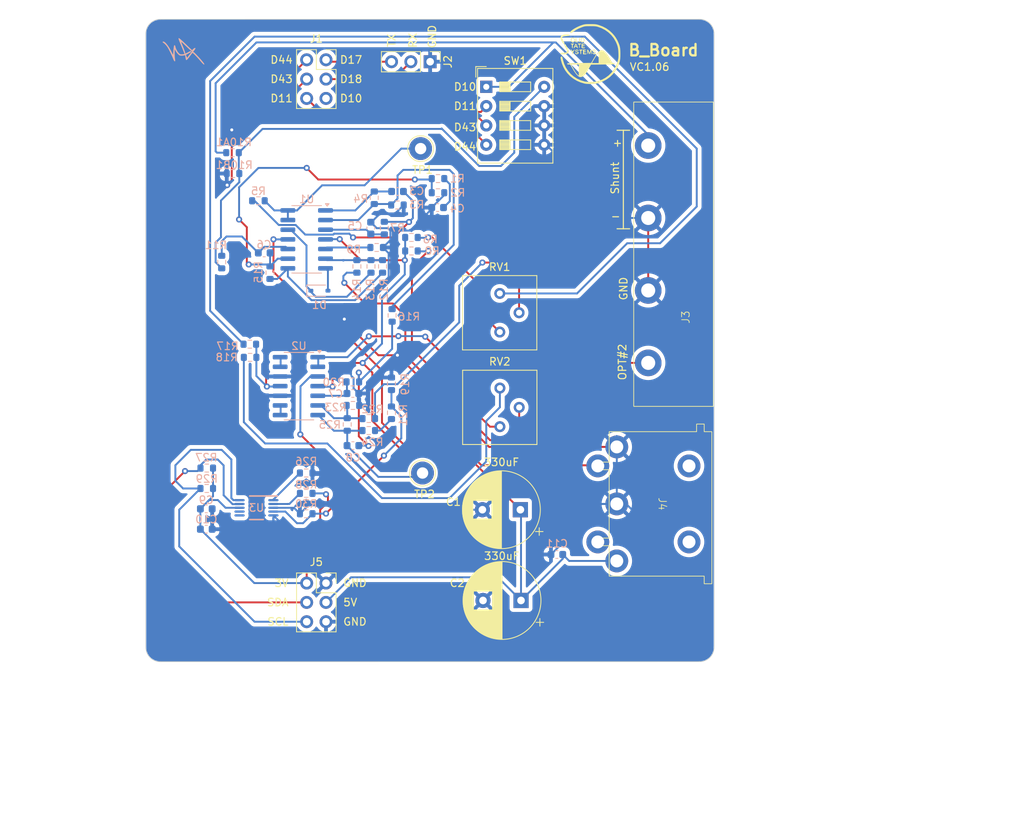
<source format=kicad_pcb>
(kicad_pcb (version 20240108) (generator "pcbnew") (generator_version "8.0")
  (title_block (title "Bottom Board") (date "2023-03-09") (rev "0"))
  (layers (0 "F.Cu" signal) (31 "B.Cu" signal) (34 "B.Paste" user) (35 "F.Paste" user) (36 "B.SilkS" user "B.Silkscreen") (37 "F.SilkS" user "F.Silkscreen") (38 "B.Mask" user) (39 "F.Mask" user) (44 "Edge.Cuts" user))
  (net 0 "")
  (net 1 "+5VD")
  (net 2 "SDA")
  (net 3 "D43")
  (net 4 "D44")
  (net 5 "TX")
  (net 6 "D11")
  (net 7 "RX")
  (net 8 "SW_OUT")
  (net 9 "Net-(U2B-+)")
  (net 10 "Net-(D1-K)")
  (net 11 "Net-(D1-A)")
  (net 12 "-5V")
  (net 13 "E23_INPUT")
  (net 14 "Net-(U2B--)")
  (net 15 "AN0")
  (net 16 "+3V0")
  (net 17 "SCL")
  (net 18 "+12V")
  (net 19 "Net-(U2C--)")
  (net 20 "Net-(U2D--)")
  (net 21 "GND")
  (net 22 "Net-(C4-Pad1)")
  (net 23 "Net-(U1A-+)")
  (net 24 "Net-(U1C--)")
  (net 25 "Net-(U1C-+)")
  (net 26 "Net-(U1A--)")
  (net 27 "Net-(U1D--)")
  (net 28 "Net-(U1B-+)")
  (net 29 "Net-(U1B--)")
  (net 30 "Net-(U3-ADDR)")
  (net 31 "Net-(U3-ALERT_RDY)")
  (net 34 "Net-(R22-Pad2)")
  (net 35 "Net-(R17-Pad2)")
  (net 36 "Net-(C3-Pad1)")
  (net 37 "Net-(R14-Pad2)")
  (net 38 "Net-(R6-Pad1)")
  (net 39 "Net-(C8-Pad1)")
  (net 40 "Net-(R12-Pad1)")
  (net 41 "Net-(C8-Pad2)")
  (net 42 "Net-(C3-Pad2)")
  (net 43 "Net-(R18-Pad1)")
  (net 44 "Net-(R8-Pad2)")
  (net 45 "D10")
  (net 46 "Net-(R21-Pad2)")
  (net 47 "OPT.#2")
  (footprint "Button_Switch_THT:SW_DIP_SPSTx04_Slide_9.78x12.34mm_W7.62mm_P2.54mm" (layer "F.Cu") (at 144.78 71.882)
    (property "Reference" "SW1")
    (property "Value" "SW_DIP_x04")
  )
  (footprint "Capacitor_THT:CP_Radial_D10.0mm_P5.00mm" (layer "F.Cu") (at 149.270323 127.508 180)
    (property "Reference" "C1")
    (property "Value" "330uF")
  )
  (footprint "bot_lib:DIN_5_PIN" (layer "F.Cu") (at 167.95 126.746 -90)
    (property "Reference" "J4")
    (property "Value" "DIN-5")
  )
  (footprint "Capacitor_THT:CP_Radial_D10.0mm_P5.00mm" (layer "F.Cu") (at 149.352 139.446 180)
    (property "Reference" "C2")
    (property "Value" "330uF")
  )
  (footprint "bot_lib:PinSocket_2x03_P2.54mm_Vertical" (layer "F.Cu") (at 123.698 68.326)
    (property "Reference" "J1")
    (property "Value" "Conn_02x03_Top_Bottom")
  )
  (footprint "TestPoint:TestPoint_Loop_D2.54mm_Drill1.5mm_Beaded" (layer "F.Cu") (at 136.398 122.682)
    (property "Reference" "TP2")
    (property "Value" ".75 Vdc")
  )
  (footprint "bot_lib:PinSocket_2x03_P2.54mm_Vertical" (layer "F.Cu") (at 123.698 137.16)
    (property "Reference" "J5")
    (property "Value" "Conn_02x03_Top_Bottom")
  )
  (footprint "bot_lib:Potentiometer_Bourns_3386P_Vertical" (layer "F.Cu") (at 146.573 116.586)
    (property "Reference" "RV2")
    (property "Value" "20K POT")
  )
  (footprint "Connector_PinHeader_2.54mm:PinHeader_1x03_P2.54mm_Vertical" (layer "F.Cu") (at 137.399 68.58 -90)
    (property "Reference" "J2")
    (property "Value" "Conn_01x03_Pin")
  )
  (footprint "TestPoint:TestPoint_Loop_D2.54mm_Drill1.5mm_Beaded" (layer "F.Cu") (at 136.144 80.01)
    (property "Reference" "TP1")
    (property "Value" ".55 Vdc")
  )
  (footprint "bot_lib:Terminal_Strip_4_Pin" (layer "F.Cu") (at 166.0825 108.195 90)
    (property "Reference" "J3")
    (property "Value" "Screw_Terminal_01x04")
  )
  (footprint "bot_lib:Potentiometer_Bourns_3386P_Vertical" (layer "F.Cu") (at 146.558 104.14)
    (property "Reference" "RV1")
    (property "Value" "20K POT")
  )
  (footprint "bot_lib:logo_SSS" (layer "F.Cu") (at 158.496 67.564)
    (property "Reference" "G***" (hide yes))
    (property "Value" "LOGO" (hide yes))
  )
  (footprint "Resistor_SMD:R_0603_1608Metric" (layer "B.Cu") (at 129.6162 95.504 -90)
    (property "Reference" "R13")
    (property "Value" "10K")
  )
  (footprint "Resistor_SMD:R_0603_1608Metric" (layer "B.Cu") (at 116.332 96.329 -90)
    (property "Reference" "R15")
    (property "Value" "110K")
  )
  (footprint "Capacitor_SMD:C_0603_1608Metric" (layer "B.Cu") (at 127.2416 119.0762)
    (property "Reference" "C8")
    (property "Value" "0.1uF")
  )
  (footprint "Resistor_SMD:R_0603_1608Metric" (layer "B.Cu") (at 132.3976 101.9495 90)
    (property "Reference" "R16")
    (property "Value" "80.6K")
  )
  (footprint "Resistor_SMD:R_0603_1608Metric" (layer "B.Cu") (at 121.095 125.36 180)
    (property "Reference" "R28")
    (property "Value" "10K")
  )
  (footprint "Capacitor_SMD:C_0603_1608Metric" (layer "B.Cu") (at 133.109 85.6488)
    (property "Reference" "C3")
    (property "Value" "0.1uF")
  )
  (footprint "Package_SO:SOIC-14_3.9x8.7mm_P1.27mm" (layer "B.Cu") (at 121.158 91.948 180)
    (property "Reference" "U1")
    (property "Value" "LM324DR")
  )
  (footprint "Package_SO:SOIC-14_3.9x8.7mm_P1.27mm" (layer "B.Cu") (at 120.142 111.252 180)
    (property "Reference" "U2")
    (property "Value" "LM324DR")
  )
  (footprint "Capacitor_SMD:C_0603_1608Metric" (layer "B.Cu") (at 107.95 130.07 180)
    (property "Reference" "C10")
    (property "Value" "0.1uF")
  )
  (footprint "Resistor_SMD:R_0603_1608Metric" (layer "B.Cu") (at 132.3086 110.9472 -90)
    (property "Reference" "R19")
    (property "Value" "10K")
  )
  (footprint "Resistor_SMD:R_0603_1608Metric" (layer "B.Cu") (at 127.762 95.504 -90)
    (property "Reference" "R14")
    (property "Value" "1M")
  )
  (footprint "Capacitor_SMD:C_0603_1608Metric" (layer "B.Cu") (at 154.064 133.4008 180)
    (property "Reference" "C11")
    (property "Value" "0.1uF")
  )
  (footprint "bot_lib:DGS0010A_N" (layer "B.Cu") (at 114.554 127.254 180)
    (property "Reference" "U3")
    (property "Value" "ADS1015IDGSR")
  )
  (footprint "Resistor_SMD:R_0603_1608Metric" (layer "B.Cu") (at 108.013 124.714 180)
    (property "Reference" "R29")
    (property "Value" "10K")
  )
  (footprint "Resistor_SMD:R_0603_1608Metric" (layer "B.Cu") (at 129.3236 117.094 180)
    (property "Reference" "R24")
    (property "Value" "16.2K")
  )
  (footprint "Resistor_SMD:R_0603_1608Metric" (layer "B.Cu") (at 113.7158 107.4674)
    (property "Reference" "R18")
    (property "Value" "22K")
  )
  (footprint "Resistor_SMD:R_0603_1608Metric" (layer "B.Cu") (at 138.4326 83.9531)
    (property "Reference" "R1")
    (property "Value" "187K")
  )
  (footprint "Capacitor_SMD:C_0603_1608Metric" (layer "B.Cu") (at 107.95 127.392 180)
    (property "Reference" "C9")
    (property "Value" "1uF")
  )
  (footprint "Resistor_SMD:R_0603_1608Metric" (layer "B.Cu") (at 114.808 86.868 180)
    (property "Reference" "R5")
    (property "Value" "80.6K")
  )
  (footprint "Resistor_SMD:R_0603_1608Metric" (layer "B.Cu") (at 134.937 91.694 180)
    (property "Reference" "R6")
    (property "Value" "4.7K")
  )
  (footprint "Resistor_SMD:R_0603_1608Metric" (layer "B.Cu") (at 127.2408 113.792 180)
    (property "Reference" "R23")
    (property "Value" "10K")
  )
  (footprint "Resistor_SMD:R_0603_1608Metric" (layer "B.Cu") (at 138.43 85.810475)
    (property "Reference" "R2")
    (property "Value" "25.5K")
  )
  (footprint "Resistor_SMD:R_0603_1608Metric" (layer "B.Cu") (at 121.095 122.682)
    (property "Reference" "R26")
    (property "Value" "10K")
  )
  (footprint "Capacitor_SMD:C_0603_1608Metric" (layer "B.Cu") (at 127.2286 112.2182 180)
    (property "Reference" "C7")
    (property "Value" "0.1uF")
  )
  (footprint "Capacitor_SMD:C_0603_1608Metric" (layer "B.Cu") (at 129.5908 90.4624 90)
    (property "Reference" "C5")
    (property "Value" "0.1uF")
  )
  (footprint "Resistor_SMD:R_0603_1608Metric" (layer "B.Cu") (at 131.1402 95.504 90)
    (property "Reference" "R12")
    (property "Value" "10K")
  )
  (footprint "Resistor_SMD:R_0603_1608Metric" (layer "B.Cu") (at 129.3236 115.5202)
    (property "Reference" "R22")
    (property "Value" "1M")
  )
  (footprint "Resistor_SMD:R_0603_1608Metric" (layer "B.Cu") (at 127.2286 110.6942 180)
    (property "Reference" "R20")
    (property "Value" "80.6K")
  )
  (footprint "Resistor_SMD:R_0603_1608Metric" (layer "B.Cu") (at 113.6772 105.7402 180)
    (property "Reference" "R17")
    (property "Value" "10K")
  )
  (footprint "Resistor_SMD:R_0603_1608Metric" (layer "B.Cu") (at 111.4044 80.5434)
    (property "Reference" "R10A1")
    (property "Value" "20K")
  )
  (footprint "Resistor_SMD:R_0603_1608Metric" (layer "B.Cu") (at 133.096 87.4268)
    (property "Reference" "R3")
    (property "Value" "10K")
  )
  (footprint "bot_lib:Diode_1N4148WS" (layer "B.Cu") (at 122.832 98.698)
    (property "Reference" "D1")
    (property "Value" "1N4148WS")
  )
  (footprint "Resistor_SMD:R_0603_1608Metric" (layer "B.Cu") (at 134.937 93.472)
    (property "Reference" "R8")
    (property "Value" "22K")
  )
  (footprint "Capacitor_SMD:C_0603_1608Metric" (layer "B.Cu") (at 138.3826 87.7631 180)
    (property "Reference" "C4")
    (property "Value" "0.1uF")
  )
  (footprint "Resistor_SMD:R_0603_1608Metric" (layer "B.Cu") (at 131.3688 90.4624 -90)
    (property "Reference" "R7")
    (property "Value" "80.6K")
  )
  (footprint "Resistor_SMD:R_0603_1608Metric" (layer "B.Cu") (at 108.013 122.036 180)
    (property "Reference" "R27")
    (property "Value" "10K")
  )
  (footprint "Resistor_SMD:R_0603_1608Metric" (layer "B.Cu") (at 126.492 116.2944 -90)
    (property "Reference" "R25")
    (property "Value" "3.65K")
  )
  (footprint "Resistor_SMD:R_0603_1608Metric" (layer "B.Cu") (at 111.4684 83.2866 180)
    (property "Reference" "R10B1")
    (property "Value" "20k")
  )
  (footprint "Capacitor_SMD:C_0603_1608Metric" (layer "B.Cu") (at 115.57 93.726 180)
    (property "Reference" "C6")
    (property "Value" "0.002uF")
  )
  (footprint "Resistor_SMD:R_0603_1608Metric" (layer "B.Cu") (at 132.3086 114.7572 -90)
    (property "Reference" "R21")
    (property "Value" "10K")
  )
  (footprint "bot_lib:logo_AN" (layer "B.Cu") (at 104.902 67.056 180)
    (property "Reference" "G***" (hide yes))
    (property "Value" "LOGO" (hide yes))
  )
  (footprint "Resistor_SMD:R_0603_1608Metric" (layer "B.Cu") (at 130.048 86.4738 90)
    (property "Reference" "R4")
    (property "Value" "1.82K")
  )
  (footprint "Resistor_SMD:R_0603_1608Metric" (layer "B.Cu") (at 109.982 94.933 90)
    (property "Reference" "R11")
    (property "Value" "20K")
  )
  (footprint "Resistor_SMD:R_0603_1608Metric" (layer "B.Cu") (at 121.095 128.038 180)
    (property "Reference" "R30")
    (property "Value" "3.9M")
  )
  (footprint "Resistor_SMD:R_0603_1608Metric" (layer "B.Cu") (at 130.365 93.0148)
    (property "Reference" "R9")
    (property "Value" "4.7K")
  )
  (gr_line (start 163.6395 90.551) (end 161.9885 90.551) (stroke (width 0.15)) (layer "F.SilkS"))
  (gr_line (start 162.814 90.551) (end 162.814 77.597) (stroke (width 0.15)) (layer "F.SilkS"))
  (gr_line (start 163.6395 77.597) (end 161.9885 77.597) (stroke (width 0.15)) (layer "F.SilkS"))
  (gr_arc (start 99.9958 64.9072) (mid 100.554406 63.558606) (end 101.903 63) (stroke (width 0.1)) (layer "Edge.Cuts"))
  (gr_arc (start 172.8428 62.9958) (mid 174.191394 63.554406) (end 174.75 64.903) (stroke (width 0.1)) (layer "Edge.Cuts"))
  (gr_line (start 172.847 147.4958) (end 101.9072 147.5042) (stroke (width 0.1)) (layer "Edge.Cuts"))
  (gr_arc (start 174.75 145.5928) (mid 174.192624 146.938424) (end 172.847 147.4958) (stroke (width 0.1)) (layer "Edge.Cuts"))
  (gr_line (start 101.903 63) (end 172.8428 62.9958) (stroke (width 0.1)) (layer "Edge.Cuts"))
  (gr_line (start 174.75 64.903) (end 174.75 145.5928) (stroke (width 0.1)) (layer "Edge.Cuts"))
  (gr_line (start 100 145.597) (end 99.9958 64.9072) (stroke (width 0.1)) (layer "Edge.Cuts"))
  (gr_arc (start 101.9072 147.5042) (mid 100.558606 146.945594) (end 100 145.597) (stroke (width 0.1)) (layer "Edge.Cuts"))
  (gr_text "D43" (at 141.986 77.216 0) (layer "F.SilkS") (effects (font (size 1 1))))
  (gr_text "VC1.06" (at 163.576 69.85 0) (layer "F.SilkS") (effects (font (size 1 1)) (justify left bottom)))
  (gr_text "GND" (at 127.508 137.16 0) (layer "F.SilkS") (effects (font (size 1 1))))
  (gr_text "SCL" (at 117.379809 142.24 0) (layer "F.SilkS") (effects (font (size 1 1))))
  (gr_text "SDA" (at 117.356 139.7 0) (layer "F.SilkS") (effects (font (size 1 1))))
  (gr_text "D10" (at 127 73.406 0) (layer "F.SilkS") (effects (font (size 1 1))))
  (gr_text "5V" (at 126.888953 139.7 0) (layer "F.SilkS") (effects (font (size 1 1))))
  (gr_text "B_Board" (at 163.322 67.945 0) (layer "F.SilkS") (effects (font (size 1.5 1.5) (thickness 0.3) (bold yes)) (justify left bottom)))
  (gr_text "OPT#2" (at 162.687 108.077 90) (layer "F.SilkS") (effects (font (size 1 1))))
  (gr_text "GND" (at 162.8394 98.425 90) (layer "F.SilkS") (effects (font (size 1 1))))
  (gr_text "D17" (at 127 68.326 0) (layer "F.SilkS") (effects (font (size 1 1))))
  (gr_text "D43" (at 117.856 70.866 0) (layer "F.SilkS") (effects (font (size 1 1))))
  (gr_text "Shunt" (at 162.306 86.106 90) (layer "F.SilkS") (effects (font (size 1 1)) (justify left bottom)))
  (gr_text "D11" (at 117.856 73.406 0) (layer "F.SilkS") (effects (font (size 1 1))))
  (gr_text "TX" (at 132.334 65.786 90) (layer "F.SilkS") (effects (font (size 1 1))))
  (gr_text "D18" (at 127 70.866 0) (layer "F.SilkS") (effects (font (size 1 1))))
  (gr_text "D11" (at 141.986 74.422 0) (layer "F.SilkS") (effects (font (size 1 1))))
  (gr_text "D10" (at 141.986 71.882 0) (layer "F.SilkS") (effects (font (size 1 1))))
  (gr_text "GND" (at 127.508 142.24 0) (layer "F.SilkS") (effects (font (size 1 1))))
  (gr_text "3V" (at 117.856 137.16 0) (layer "F.SilkS") (effects (font (size 1 1))))
  (gr_text "RX" (at 135.128 65.786 90) (layer "F.SilkS") (effects (font (size 1 1))))
  (gr_text "GND" (at 137.668 65.278 90) (layer "F.SilkS") (effects (font (size 1 1))))
  (gr_text "D44" (at 141.986 79.756 0) (layer "F.SilkS") (effects (font (size 1 1))))
  (gr_text "+" (at 162.052 79.248 0) (layer "F.SilkS") (effects (font (size 1 1))))
  (gr_text "D44" (at 117.856 68.326 0) (layer "F.SilkS") (effects (font (size 1 1))))
  (gr_text "-" (at 161.798 88.9 0) (layer "F.SilkS") (effects (font (size 1 1))))
  (segment (start 134.366 120.396) (end 142.24 120.396) (width 0.25) (layer "F.Cu") (net 1))
  (segment (start 129.794 115.824) (end 134.366 120.396) (width 0.25) (layer "F.Cu") (net 1))
  (segment (start 144.485161 122.722838) (end 149.270323 127.508) (width 0.25) (layer "F.Cu") (net 1))
  (segment (start 125.73 108.204) (end 128.524 108.204) (width 0.25) (layer "F.Cu") (net 1))
  (segment (start 144.485161 122.641161) (end 144.485161 122.722838) (width 0.25) (layer "F.Cu") (net 1))
  (segment (start 134.0612 94.6912) (end 128.27 94.6912) (width 0.25) (layer "F.Cu") (net 1))
  (segment (start 128.27 94.6912) (end 125.5014 91.9226) (width 0.25) (layer "F.Cu") (net 1))
  (segment (start 124.5616 111.3282) (end 124.5616 109.3724) (width 0.25) (layer "F.Cu") (net 1))
  (segment (start 128.524 108.204) (end 129.794 109.474) (width 0.25) (layer "F.Cu") (net 1))
  (segment (start 129.794 109.474) (end 129.794 115.824) (width 0.25) (layer "F.Cu") (net 1))
  (segment (start 124.5616 109.3724) (end 125.73 108.204) (width 0.25) (layer "F.Cu") (net 1))
  (segment (start 142.24 120.396) (end 144.485161 122.641161) (width 0.25) (layer "F.Cu") (net 1))
  (via (at 128.524 108.204) (size 0.8) (drill 0.4) (layers "F.Cu" "B.Cu") (net 1))
  (via (at 134.0612 94.6912) (size 0.8) (drill 0.4) (layers "F.Cu" "B.Cu") (net 1))
  (via (at 125.5014 91.9226) (size 0.8) (drill 0.4) (layers "F.Cu" "B.Cu") (net 1))
  (via (at 124.5616 111.3282) (size 0.8) (drill 0.4) (layers "F.Cu" "B.Cu") (net 1))
  (segment (start 134.112 91.7448) (end 134.112 93.5228) (width 0.25) (layer "B.Cu") (net 1))
  (segment (start 146.304 136.398) (end 149.352 139.446) (width 0.25) (layer "B.Cu") (net 1))
  (segment (start 131.064 99.568) (end 134.0612 96.5708) (width 0.25) (layer "B.Cu") (net 1))
  (segment (start 127 136.398) (end 146.304 136.398) (width 0.25) (layer "B.Cu") (net 1))
  (segment (start 122.7582 111.3282) (end 122.682 111.252) (width 0.25) (layer "B.Cu") (net 1))
  (segment (start 128.524 108.204) (end 131.064 105.664) (width 0.25) (layer "B.Cu") (net 1))
  (segment (start 134.112 93.5228) (end 134.112 94.6404) (width 0.25) (layer "B.Cu") (net 1))
  (segment (start 154.839 133.959) (end 149.352 139.446) (width 0.25) (layer "B.Cu") (net 1))
  (segment (start 154.839 133.4008) (end 154.839 133.959) (width 0.25) (layer "B.Cu") (net 1))
  (segment (start 161.95 134.246) (end 155.6842 134.246) (width 0.25) (layer "B.Cu") (net 1))
  (segment (start 149.352 139.446) (end 149.352 127.589677) (width 0.25) (layer "B.Cu") (net 1))
  (segment (start 134.112 94.6404) (end 134.0612 94.6912) (width 0.25) (layer "B.Cu") (net 1))
  (segment (start 149.352 127.589677) (end 149.270323 127.508) (width 0.25) (layer "B.Cu") (net 1))
  (segment (start 155.6842 134.246) (end 154.839 133.4008) (width 0.25) (layer "B.Cu") (net 1))
  (segment (start 125.5014 91.9226) (end 123.6584 91.9226) (width 0.25) (layer "B.Cu") (net 1))
  (segment (start 131.064 105.664) (end 131.064 99.568) (width 0.25) (layer "B.Cu") (net 1))
  (segment (start 124.5616 111.3282) (end 122.7582 111.3282) (width 0.25) (layer "B.Cu") (net 1))
  (segment (start 123.698 139.7) (end 127 136.398) (width 0.25) (layer "B.Cu") (net 1))
  (segment (start 123.6584 91.9226) (end 123.633 91.948) (width 0.25) (layer "B.Cu") (net 1))
  (segment (start 134.0612 96.5708) (end 134.0612 94.6912) (width 0.25) (layer "B.Cu") (net 1))
  (segment (start 109.22 139.7) (end 121.158 139.7) (width 0.25) (layer "F.Cu") (net 2))
  (segment (start 103.124 124.46) (end 103.124 133.604) (width 0.25) (layer "F.Cu") (net 2))
  (segment (start 103.124 133.604) (end 109.22 139.7) (width 0.25) (layer "F.Cu") (net 2))
  (segment (start 105.156 122.428) (end 103.124 124.46) (width 0.25) (layer "F.Cu") (net 2))
  (via (at 105.156 122.428) (size 0.8) (drill 0.4) (layers "F.Cu" "B.Cu") (net 2))
  (segment (start 107.95 120.904) (end 109.452731 120.904) (width 0.25) (layer "B.Cu") (net 2))
  (segment (start 107.188 122.036) (end 106.796 122.428) (width 0.25) (layer "B.Cu") (net 2))
  (segment (start 107.188 121.666) (end 107.95 120.904) (width 0.25) (layer "B.Cu") (net 2))
  (segment (start 107.188 122.036) (end 107.188 121.666) (width 0.25) (layer "B.Cu") (net 2))
  (segment (start 112.303996 126.779) (end 112.328998 126.753998) (width 0.25) (layer "B.Cu") (net 2))
  (segment (start 109.452731 120.904) (end 110.236 121.687269) (width 0.25) (layer "B.Cu") (net 2))
  (segment (start 106.796 122.428) (end 105.156 122.428) (width 0.25) (layer "B.Cu") (net 2))
  (segment (start 111.410604 126.779) (end 112.303996 126.779) (width 0.25) (layer "B.Cu") (net 2))
  (segment (start 110.236 121.687269) (end 110.236 125.604396) (width 0.25) (layer "B.Cu") (net 2))
  (segment (start 110.236 125.604396) (end 111.410604 126.779) (width 0.25) (layer "B.Cu") (net 2))
  (segment (start 143.7965 75.946) (end 120.65 75.946) (width 0.25) (layer "F.Cu") (net 3))
  (segment (start 120.65 75.946) (end 119.38 74.676) (width 0.25) (layer "F.Cu") (net 3))
  (segment (start 144.8225 76.972) (end 143.7965 75.946) (width 0.25) (layer "F.Cu") (net 3))
  (segment (start 119.38 72.644) (end 121.158 70.866) (width 0.25) (layer "F.Cu") (net 3))
  (segment (start 119.38 74.676) (end 119.38 72.644) (width 0.25) (layer "F.Cu") (net 3))
  (segment (start 118.872 70.612) (end 121.158 68.326) (width 0.25) (layer "F.Cu") (net 4))
  (segment (start 119.888 76.454) (end 118.872 75.438) (width 0.25) (layer "F.Cu") (net 4))
  (segment (start 141.7645 76.454) (end 119.888 76.454) (width 0.25) (layer "F.Cu") (net 4))
  (segment (start 118.872 75.438) (end 118.872 70.612) (width 0.25) (layer "F.Cu") (net 4))
  (segment (start 144.8225 79.512) (end 141.7645 76.454) (width 0.25) (layer "F.Cu") (net 4))
  (segment (start 132.319 68.58) (end 123.952 68.58) (width 0.25) (layer "F.Cu") (net 5))
  (segment (start 123.952 68.58) (end 123.698 68.326) (width 0.25) (layer "F.Cu") (net 5))
  (segment (start 144.8225 74.432) (end 144.0705 75.184) (width 0.25) (layer "F.Cu") (net 6))
  (segment (start 122.936 75.184) (end 121.158 73.406) (width 0.25) (layer "F.Cu") (net 6))
  (segment (start 144.0705 75.184) (end 122.936 75.184) (width 0.25) (layer "F.Cu") (net 6))
  (segment (start 134.859 68.58) (end 132.573 70.866) (width 0.25) (layer "F.Cu") (net 7))
  (segment (start 132.573 70.866) (end 123.698 70.866) (width 0.25) (layer "F.Cu") (net 7))
  (segment (start 148.463 75.819) (end 148.463 80.5434) (width 0.25) (layer "B.Cu") (net 8))
  (segment (start 146.7104 82.296) (end 143.8402 82.296) (width 0.25) (layer "B.Cu") (net 8))
  (segment (start 152.4 71.882) (end 148.463 75.819) (width 0.25) (layer "B.Cu") (net 8))
  (segment (start 109.8804 91.667204) (end 109.182 92.365604) (width 0.25) (layer "B.Cu") (net 8))
  (segment (start 112.2934 84.428204) (end 109.8804 86.841204) (width 0.25) (layer "B.Cu") (net 8))
  (segment (start 138.9126 77.3684) (end 138.8618 77.4192) (width 0.25) (layer "B.Cu") (net 8))
  (segment (start 138.8618 77.4192) (end 115.3536 77.4192) (width 0.25) (layer "B.Cu") (net 8))
  (segment (start 109.8804 86.841204) (end 109.8804 91.667204) (width 0.25) (layer "B.Cu") (net 8))
  (segment (start 109.182 94.958) (end 109.982 95.758) (width 0.25) (layer "B.Cu") (net 8))
  (segment (start 143.8402 82.296) (end 138.9126 77.3684) (width 0.25) (layer "B.Cu") (net 8))
  (segment (start 112.2934 83.2866) (end 112.2934 84.428204) (width 0.25) (layer "B.Cu") (net 8))
  (segment (start 112.2294 80.5434) (end 112.2294 83.2226) (width 0.25) (layer "B.Cu") (net 8))
  (segment (start 148.463 80.5434) (end 146.7104 82.296) (width 0.25) (layer "B.Cu") (net 8))
  (segment (start 115.3536 77.4192) (end 112.2294 80.5434) (width 0.25) (layer "B.Cu") (net 8))
  (segment (start 112.2294 83.2226) (end 112.2934 83.2866) (width 0.25) (layer "B.Cu") (net 8))
  (segment (start 109.182 92.365604) (end 109.182 94.958) (width 0.25) (layer "B.Cu") (net 8))
  (segment (start 126.1498 112.522) (end 126.4536 112.2182) (width 0.25) (layer "B.Cu") (net 9))
  (segment (start 122.682 112.522) (end 126.1498 112.522) (width 0.25) (layer "B.Cu") (net 9))
  (segment (start 126.4536 110.7442) (end 126.4036 110.6942) (width 0.25) (layer "B.Cu") (net 9))
  (segment (start 126.4536 112.2182) (end 126.4536 110.7442) (width 0.25) (layer "B.Cu") (net 9))
  (segment (start 121.1326 92.750849) (end 121.1326 98.1236) (width 0.25) (layer "B.Cu") (net 10))
  (segment (start 121.1326 98.1236) (end 121.707 98.698) (width 0.25) (layer "B.Cu") (net 10))
  (segment (start 118.683 90.678) (end 119.059751 90.678) (width 0.25) (layer "B.Cu") (net 10))
  (segment (start 121.707 98.847) (end 122.358 99.498) (width 0.25) (layer "B.Cu") (net 10))
  (segment (start 121.707 98.698) (end 121.707 98.847) (width 0.25) (layer "B.Cu") (net 10))
  (segment (start 122.358 99.498) (end 126.4472 99.498) (width 0.25) (layer "B.Cu") (net 10))
  (segment (start 119.059751 90.678) (end 121.1326 92.750849) (width 0.25) (layer "B.Cu") (net 10))
  (segment (start 126.4472 99.498) (end 129.6162 96.329) (width 0.25) (layer "B.Cu") (net 10))
  (segment (start 123.633 95.758) (end 123.952 96.077) (width 0.25) (layer "B.Cu") (net 11))
  (segment (start 123.952 98.693) (end 123.957 98.698) (width 0.25) (layer "B.Cu") (net 11))
  (segment (start 123.952 96.077) (end 123.952 98.693) (width 0.25) (layer "B.Cu") (net 11))
  (segment (start 144.146396 121.666) (end 159.37 121.666) (width 0.25) (layer "F.Cu") (net 12))
  (segment (start 116.7892 96.2152) (end 123.698 103.124) (width 0.25) (layer "F.Cu") (net 12))
  (segment (start 116.7892 91.948) (end 116.7892 96.2152) (width 0.25) (layer "F.Cu") (net 12))
  (segment (start 117.094 103.124) (end 115.824 104.394) (width 0.25) (layer "F.Cu") (net 12))
  (segment (start 115.9256 111.3028) (end 115.824 111.2012) (width 0.25) (layer "F.Cu") (net 12))
  (segment (start 131.064 116.078) (end 134.932 119.946) (width 0.25) (layer "F.Cu") (net 12))
  (segment (start 159.37 121.666) (end 159.45 121.746) (width 0.25) (layer "F.Cu") (net 12))
  (segment (start 134.932 119.946) (end 142.426396 119.946) (width 0.25) (layer "F.Cu") (net 12))
  (segment (start 115.824 111.2012) (end 115.824 104.394) (width 0.25) (layer "F.Cu") (net 12))
  (segment (start 131.064 109.22) (end 131.064 116.078) (width 0.25) (layer "F.Cu") (net 12))
  (segment (start 142.426396 119.946) (end 144.146396 121.666) (width 0.25) (layer "F.Cu") (net 12))
  (segment (start 123.698 103.124) (end 117.094 103.124) (width 0.25) (layer "F.Cu") (net 12))
  (segment (start 124.968 103.124) (end 131.064 109.22) (width 0.25) (layer "F.Cu") (net 12))
  (segment (start 123.698 103.124) (end 124.968 103.124) (width 0.25) (layer "F.Cu") (net 12))
  (via (at 115.9256 111.3028) (size 0.8) (drill 0.4) (layers "F.Cu" "B.Cu") (net 12))
  (via (at 116.7892 91.948) (size 0.8) (drill 0.4) (layers "F.Cu" "B.Cu") (net 12))
  (segment (start 114.5408 105.7788) (end 114.5022 105.7402) (width 0.25) (layer "B.Cu") (net 12))
  (segment (start 114.5408 107.4674) (end 114.5408 109.918) (width 0.25) (layer "B.Cu") (net 12))
  (segment (start 115.9256 111.3028) (end 117.6812 111.3028) (width 0.25) (layer "B.Cu") (net 12))
  (segment (start 114.5408 107.4674) (end 114.5408 105.7788) (width 0.25) (layer "B.Cu") (net 12))
  (segment (start 114.5408 109.918) (end 115.9256 111.3028) (width 0.25) (layer "B.Cu") (net 12))
  (segment (start 118.683 91.948) (end 116.7892 91.948) (width 0.25) (layer "B.Cu") (net 12))
  (segment (start 153.924 66.04) (end 153.6192 66.04) (width 0.25) (layer "B.Cu") (net 13))
  (segment (start 144.78 71.882) (end 147.7772 71.882) (width 0.25) (layer "B.Cu") (net 13))
  (segment (start 147.7772 71.882) (end 153.6192 66.04) (width 0.25) (layer "B.Cu") (net 13))
  (segment (start 110.5794 80.5434) (end 109.3598 80.5434) (width 0.25) (layer "B.Cu") (net 13))
  (segment (start 109.3598 80.5434) (end 109.182 80.3656) (width 0.25) (layer "B.Cu") (net 13))
  (segment (start 114.554 66.04) (end 109.182 71.412) (width 0.25) (layer "B.Cu") (net 13))
  (segment (start 166.0825 79.605) (end 166.0825 78.1985) (width 0.25) (layer "B.Cu") (net 13))
  (segment (start 109.182 71.412) (end 109.182 80.3656) (width 0.25) (layer "B.Cu") (net 13))
  (segment (start 166.0825 78.1985) (end 153.924 66.04) (width 0.25) (layer "B.Cu") (net 13))
  (segment (start 153.6192 66.04) (end 114.554 66.04) (width 0.25) (layer "B.Cu") (net 13))
  (segment (start 128.4478 115.4694) (end 128.4986 115.5202) (width 0.25) (layer "B.Cu") (net 14))
  (segment (start 124.736151 115.4694) (end 126.492 115.4694) (width 0.25) (layer "B.Cu") (net 14))
  (segment (start 123.058751 113.792) (end 124.736151 115.4694) (width 0.25) (layer "B.Cu") (net 14))
  (segment (start 122.682 113.792) (end 123.058751 113.792) (width 0.25) (layer "B.Cu") (net 14))
  (segment (start 126.492 113.8682) (end 126.4158 113.792) (width 0.25) (layer "B.Cu") (net 14))
  (segment (start 126.492 115.4694) (end 128.4478 115.4694) (width 0.25) (layer "B.Cu") (net 14))
  (segment (start 126.492 115.4694) (end 126.492 113.8682) (width 0.25) (layer "B.Cu") (net 14))
  (segment (start 126.5555 123.8377) (end 126.5555 125.1585) (width 0.25) (layer "F.Cu") (net 15))
  (segment (start 120.3198 117.602) (end 126.5555 123.8377) (width 0.25) (layer "F.Cu") (net 15))
  (segment (start 123.698 128.016) (end 126.5555 125.1585) (width 0.25) (layer "F.Cu") (net 15))
  (segment (start 126.5555 125.1585) (end 131.318 120.396) (width 0.25) (layer "F.Cu") (net 15))
  (via (at 131.318 120.396) (size 0.8) (drill 0.4) (layers "F.Cu" "B.Cu") (net 15))
  (via (at 120.3198 117.602) (size 0.8) (drill 0.4) (layers "F.Cu" "B.Cu") (net 15))
  (via (at 123.698 128.016) (size 0.8) (drill 0.4) (layers "F.Cu" "B.Cu") (net 15))
  (segment (start 121.642001 109.982) (end 120.3452 111.278801) (width 0.25) (layer "B.Cu") (net 15))
  (segment (start 116.778999 127.753999) (end 118.355999 127.753999) (width 0.25) (layer "B.Cu") (net 15))
  (segment (start 118.355999 127.753999) (end 119.888 129.286) (width 0.25) (layer "B.Cu") (net 15))
  (segment (start 133.604 118.11) (end 133.604 115.2276) (width 0.25) (layer "B.Cu") (net 15))
  (segment (start 120.3198 117.602) (end 120.3452 117.5004) (width 0.25) (layer "B.Cu") (net 15))
  (segment (start 120.3452 111.278801) (end 120.3198 117.602) (width 0.25) (layer "B.Cu") (net 15))
  (segment (start 120.672 129.286) (end 121.92 128.038) (width 0.25) (layer "B.Cu") (net 15))
  (segment (start 133.604 115.2276) (end 132.3086 113.9322) (width 0.25) (layer "B.Cu") (net 15))
  (segment (start 131.318 120.396) (end 133.604 118.11) (width 0.25) (layer "B.Cu") (net 15))
  (segment (start 119.888 129.286) (end 120.672 129.286) (width 0.25) (layer "B.Cu") (net 15))
  (segment (start 132.3086 111.7722) (end 132.3086 113.9322) (width 0.25) (layer "B.Cu") (net 15))
  (segment (start 122.617 109.982) (end 121.642001 109.982) (width 0.25) (layer "B.Cu") (net 15))
  (segment (start 121.92 128.038) (end 123.698 128.016) (width 0.25) (layer "B.Cu") (net 15))
  (segment (start 123.952 125.73) (end 123.952 126.492) (width 0.25) (layer "F.Cu") (net 16))
  (segment (start 123.952 126.492) (end 122.936 127.508) (width 0.25) (layer "F.Cu") (net 16))
  (segment (start 123.698 125.476) (end 123.952 125.73) (width 0.25) (layer "F.Cu") (net 16))
  (segment (start 122.936 127.508) (end 122.936 132.08) (width 0.25) (layer "F.Cu") (net 16))
  (segment (start 122.936 132.08) (end 121.158 133.858) (width 0.25) (layer "F.Cu") (net 16))
  (segment (start 121.158 133.858) (end 121.158 137.16) (width 0.25) (layer "F.Cu") (net 16))
  (via (at 123.698 125.476) (size 0.8) (drill 0.4) (layers "F.Cu" "B.Cu") (net 16))
  (segment (start 110.49 127.254) (end 112.328998 127.254) (width 0.25) (layer "B.Cu") (net 16))
  (segment (start 108.838 125.729) (end 108.1395 126.4275) (width 0.25) (layer "B.Cu") (net 16))
  (segment (start 123.582 125.36) (end 123.698 125.476) (width 0.25) (layer "B.Cu") (net 16))
  (segment (start 109.474 126.238) (end 110.49 127.254) (width 0.25) (layer "B.Cu") (net 16))
  (segment (start 108.838 124.714) (end 108.838 125.729) (width 0.25) (layer "B.Cu") (net 16))
  (segment (start 107.175 130.07) (end 114.265 137.16) (width 0.25) (layer "B.Cu") (net 16))
  (segment (start 121.92 125.36) (end 123.582 125.36) (width 0.25) (layer "B.Cu") (net 16))
  (segment (start 107.175 127.392) (end 108.1395 126.4275) (width 0.25) (layer "B.Cu") (net 16))
  (segment (start 108.838 122.036) (end 108.838 124.714) (width 0.25) (layer "B.Cu") (net 16))
  (segment (start 107.175 130.07) (end 107.175 127.392) (width 0.25) (layer "B.Cu") (net 16))
  (segment (start 108.329 126.238) (end 109.474 126.238) (width 0.25) (layer "B.Cu") (net 16))
  (segment (start 114.265 137.16) (end 121.158 137.16) (width 0.25) (layer "B.Cu") (net 16))
  (segment (start 108.1395 126.4275) (end 108.329 126.238) (width 0.25) (layer "B.Cu") (net 16))
  (segment (start 104.394 132.334) (end 114.3 142.24) (width 0.25) (layer "B.Cu") (net 17))
  (segment (start 112.328998 126.253999) (end 111.521999 126.253999) (width 0.25) (layer "B.Cu") (net 17))
  (segment (start 109.982 119.634) (end 105.918 119.634) (width 0.25) (layer "B.Cu") (net 17))
  (segment (start 111.252 125.984) (end 111.252 120.904) (width 0.25) (layer "B.Cu") (net 17))
  (segment (start 103.886 121.666) (end 103.886 123.698) (width 0.25) (layer "B.Cu") (net 17))
  (segment (start 107.188 124.714) (end 104.394 127.508) (width 0.25) (layer "B.Cu") (net 17))
  (segment (start 111.521999 126.253999) (end 111.252 125.984) (width 0.25) (layer "B.Cu") (net 17))
  (segment (start 114.3 142.24) (end 121.158 142.24) (width 0.25) (layer "B.Cu") (net 17))
  (segment (start 105.918 119.634) (end 103.886 121.666) (width 0.25) (layer "B.Cu") (net 17))
  (segment (start 104.902 124.714) (end 107.188 124.714) (width 0.25) (layer "B.Cu") (net 17))
  (segment (start 111.252 120.904) (end 109.982 119.634) (width 0.25) (layer "B.Cu") (net 17))
  (segment (start 104.394 127.508) (end 104.394 132.334) (width 0.25) (layer "B.Cu") (net 17))
  (segment (start 103.886 123.698) (end 104.902 124.714) (width 0.25) (layer "B.Cu") (net 17))
  (segment (start 117.732 113.792) (end 117.732 115.062) (width 0.25) (layer "B.Cu") (net 19))
  (segment (start 117.732 107.442) (end 117.732 108.712) (width 0.25) (layer "B.Cu") (net 20))
  (segment (start 152.4425 79.512) (end 152.4425 76.972) (width 0.25) (layer "F.Cu") (net 21))
  (segment (start 130.5814 107.188) (end 133.096 107.188) (width 0.25) (layer "F.Cu") (net 21))
  (segment (start 126.111 102.4382) (end 126.111 102.7176) (width 0.25) (layer "F.Cu") (net 21))
  (segment (start 145.154 119.246) (end 133.096 107.188) (width 0.25) (layer "F.Cu") (net 21))
  (segment (start 152.4425 76.972) (end 152.4425 74.432) (width 0.25) (layer "F.Cu") (net 21))
  (segment (start 161.95 119.246) (end 145.154 119.246) (width 0.25) (layer "F.Cu") (net 21))
  (segment (start 111.3028 84.201) (end 110.6932 84.8106) (width 0.25) (layer "F.Cu") (net 21))
  (segment (start 166.0825 98.665) (end 166.0825 89.135) (width 0.25) (layer "F.Cu") (net 21))
  (segment (start 126.111 102.7176) (end 130.5814 107.188) (width 0.25) (layer "F.Cu") (net 21))
  (segment (start 111.3028 77.5462) (end 111.3028 84.201) (width 0.25) (layer "F.Cu") (net 21))
  (via (at 133.096 107.188) (size 0.8) (drill 0.4) (layers "F.Cu" "B.Cu") (net 21))
  (via (at 126.111 102.4382) (size 0.8) (drill 0.4) (layers "F.Cu" "B.Cu") (net 21))
  (via (at 111.3028 77.5462) (size 0.8) (drill 0.4) (layers "F.Cu" "B.Cu") (net 21))
  (via (at 110.6932 84.8106) (size 0.8) (drill 0.4) (layers "F.Cu" "B.Cu") (net 21))
  (segment (start 110.6932 84.6836) (end 110.6932 84.7852) (width 0.25) (layer "B.Cu") (net 21))
  (segment (start 132.7272 88.6206) (end 133.921 87.4268) (width 0.25) (layer "B.Cu") (net 21))
  (segment (start 132.1688 92.036) (end 132.1688 90.7922) (width 0.25) (layer "B.Cu") (net 21))
  (segment (start 129.667 89.6874) (end 130.7338 88.6206) (width 0.25) (layer "B.Cu") (net 21))
  (segment (start 128.0036 112.2182) (end 128.0036 113.7298) (width 0.25) (layer "B.Cu") (net 21))
  (segment (start 137.6076 87.7631) (end 137.6076 87.945796) (width 0.25) (layer "B.Cu") (net 21))
  (segment (start 131.9402 96.912062) (end 131.9402 93.765) (width 0.25) (layer "B.Cu") (net 21))
  (segment (start 131.9402 93.765) (end 131.19 93.0148) (width 0.25) (layer "B.Cu") (net 21))
  (segment (start 124.714 129.794) (end 123.792 130.716) (width 0.25) (layer "B.Cu") (net 21))
  (segment (start 133.096 107.3282) (end 133.096 107.188) (width 0.25) (layer "B.Cu") (net 21))
  (segment (start 127.3286 110.201738) (end 127.3286 111.5432) (width 0.25) (layer "B.Cu") (net 21))
  (segment (start 139.2576 86.1131) (end 137.6076 87.7631) (width 0.25) (layer "B.Cu") (net 21))
  (segment (start 124.46 126.746) (end 123.952 126.746) (width 0.25) (layer "B.Cu") (net 21))
  (segment (start 127.3286 111.5432) (end 128.0036 112.2182) (width 0.25) (layer "B.Cu") (net 21))
  (segment (start 111.76 95.821) (end 111.76 98.298) (width 0.25) (layer "B.Cu") (net 21))
  (segment (start 137.6076 87.945796) (end 134.761196 90.7922) (width 0.25) (layer "B.Cu") (net 21))
  (segment (start 123.952 126.746) (end 124.714 127.508) (width 0.25) (layer "B.Cu") (net 21))
  (segment (start 123.698 137.16) (end 133.35 127.508) (width 0.25) (layer "B.Cu") (net 21))
  (segment (start 130.302 110.1222) (end 130.0996 110.1222) (width 0.25) (layer "B.Cu") (net 21))
  (segment (start 131.8514 90.4748) (end 130.3782 90.4748) (width 0.25) (layer "B.Cu") (net 21))
  (segment (start 111.76 98.298) (end 113.919 100.457) (width 0.25) (layer "B.Cu") (net 21))
  (segment (start 159.9438 126.746) (end 161.95 126.746) (width 0.25) (layer "B.Cu") (net 21))
  (segment (start 128.523131 100.329131) (end 131.9402 96.912062) (width 0.25) (layer "B.Cu") (net 21))
  (segment (start 150.876 125.476) (end 146.302323 125.476) (width 0.25) (layer "B.Cu") (net 21))
  (segment (start 153.289 133.4008) (end 159.9438 126.746) (width 0.25) (layer "B.Cu") (net 21))
  (segment (start 130.7338 88.6206) (end 132.7272 88.6206) (width 0.25) (layer "B.Cu") (net 21))
  (segment (start 126.111 102.4382) (end 126.0856 102.4128) (width 0.25) (layer "B.Cu") (net 21))
  (segment (start 108.725 130.07) (end 108.747 130.048) (width 0.25) (layer "B.Cu") (net 21))
  (segment (start 119.486 127.254) (end 120.27 128.038) (width 0.25) (layer "B.Cu") (net 21))
  (segment (start 166.0825 89.135) (end 162.287 89.135) (width 0.25) (layer "B.Cu") (net 21))
  (segment (start 165.481 129.047) (end 163.18 126.746) (width 0.25) (layer "B.Cu") (net 21))
  (segment (start 123.19 122.936) (end 125.222 124.968) (width 0.25) (layer "B.Cu") (net 21))
  (segment (start 125.222 124.968) (end 125.222 125.984) (width 0.25) (layer "B.Cu") (net 21))
  (segment (start 134.761196 90.7922) (end 132.1688 90.7922) (width 0.25) (layer "B.Cu") (net 21))
  (segment (start 119.103499 130.578501) (end 119.240998 130.716) (width 0.25) (layer "B.Cu") (net 21))
  (segment (start 130.3782 90.4748) (end 129.5908 89.6874) (width 0.25) (layer "B.Cu") (net 21))
  (segment (start 126.0856 100.457) (end 128.651 100.457) (width 0.25) (layer "B.Cu") (net 21))
  (segment (start 132.1688 90.7922) (end 131.8514 90.4748) (width 0.25) (layer "B.Cu") (net 21))
  (segment (start 163.18 126.746) (end 152.146 126.746) (width 0.25) (layer "B.Cu") (net 21))
  (segment (start 133.096 107.188) (end 133.2362 107.188) (width 0.25) (layer "B.Cu") (net 21))
  (segment (start 165.481 136.547) (end 165.481 129.047) (width 0.25) (layer "B.Cu") (net 21))
  (segment (start 121.929305 122.682) (end 122.183305 122.936) (width 0.25) (layer "B.Cu") (net 21))
  (segment (start 121.92 130.716) (end 121.92 135.382) (width 0.25) (layer "B.Cu") (net 21))
  (segment (start 113.919 100.457) (end 128.651 100.457) (width 0.25) (layer "B.Cu") (net 21))
  (segment (start 130.302 110.1222) (end 133.096 107.3282) (width 0.25) (layer "B.Cu") (net 21))
  (segment (start 128.0036 113.7298) (end 128.0658 113.792) (width 0.25) (layer "B.Cu") (net 21))
  (segment (start 132.3086 110.1222) (end 130.302 110.1222) (width 0.25) (layer "B.Cu") (net 21))
  (segment (start 133.35 127.508) (end 144.270323 127.508) (width 0.25) (layer "B.Cu") (net 21))
  (segment (start 108.747 130.048) (end 118.572998 130.048) (width 0.25) (layer "B.Cu") (net 21))
  (segment (start 110.5916 84.7852) (end 110.617 84.7598) (width 0.25) (layer "B.Cu") (net 21))
  (segment (start 110.6434 84.7334) (end 110.6932 84.6836) (width 0.25) (layer "B.Cu") (net 21))
  (segment (start 121.562 126.746) (end 123.952 126.746) (width 0.25) (layer "B.Cu") (net 21))
  (segment (start 128.651 100.457) (end 128.523131 100.329131) (width 0.25) (layer "B.Cu") (net 21))
  (segment (start 124.714 127.508) (end 124.714 129.794) (width 0.25) (layer "B.Cu") (net 21))
  (segment (start 162.287 89.135) (end 152.664 79.512) (width 0.25) (layer "B.Cu") (net 21))
  (segment (start 120.27 128.038) (end 121.562 126.746) (width 0.25) (layer "B.Cu") (net 21))
  (segment (start 125.222 125.984) (end 124.46 126.746) (width 0.25) (layer "B.Cu") (net 21))
  (segment (start 131.19 93.0148) (end 132.1688 92.036) (width 0.25) (layer "B.Cu") (net 21))
  (segment (start 119.240998 130.716) (end 121.92 130.716) (width 0.25) (layer "B.Cu") (net 21))
  (segment (start 141.558 142.24) (end 144.352 139.446) (width 0.25) (layer "B.Cu") (net 21))
  (segment (start 129.5908 89.6874) (end 129.667 89.6874) (width 0.25) (layer "B.Cu") (net 21))
  (segment (start 150.194 145.288) (end 156.74 145.288) (width 0.25) (layer "B.Cu") (net 21))
  (segment (start 161.95 126.746) (end 161.95 117.802) (width 0.25) (layer "B.Cu") (net 21))
  (segment (start 126.0856 102.4128) (end 126.0856 100.457) (width 0.25) (layer "B.Cu") (net 21))
  (segment (start 116.778999 128.254001) (end 119.103499 130.578501) (width 0.25) (layer "B.Cu") (net 21))
  (segment (start 121.92 135.382) (end 123.698 137.16) (width 0.25) (layer "B.Cu") (net 21))
  (segment (start 123.792 130.716) (end 121.92 130.716) (width 0.25) (layer "B.Cu") (net 21))
  (segment (start 133.2362 107.188) (end 133.1976 107.2266) (width 0.25) (layer "B.Cu") (net 21))
  (segment (start 110.6932 84.8106) (end 110.5916 84.7852) (width 0.25) (layer "B.Cu") (net 21))
  (segment (start 156.74 145.288) (end 165.481 136.547) (width 0.25) (layer "B.Cu") (net 21))
  (segment (start 122.183305 122.936) (end 123.19 122.936) (width 0.25) (layer "B.Cu") (net 21))
  (segment (start 127.021062 109.8942) (end 127.3286 110.201738) (width 0.25) (layer "B.Cu") (net 21))
  (segment (start 152.146 126.746) (end 150.876 125.476) (width 0.25) (layer "B.Cu") (net 21))
  (segment (start 146.302323 125.476) (end 144.270323 127.508) (width 0.25) (layer "B.Cu") (net 21))
  (segment (start 130.0996 110.1222) (end 128.0036 112.2182) (width 0.25) (layer "B.Cu") (net 21))
  (segment (start 110.6932 84.7852) (end 110.6932 84.8106) (width 0.25) (layer "B.Cu") (net 21))
  (segment (start 144.352 139.446) (end 150.194 145.288) (width 0.25) (layer "B.Cu") (net 21))
  (segment (start 110.6434 83.2866) (end 110.6434 84.7334) (width 0.25) (layer "B.Cu") (net 21))
  (segment (start 152.664 79.512) (end 152.4425 79.512) (width 0.25) (layer "B.Cu") (net 21))
  (segment (start 121.92 122.682) (end 121.929305 122.682) (width 0.25) (layer "B.Cu") (net 21))
  (segment (start 123.698 142.24) (end 141.558 142.24) (width 0.25) (layer "B.Cu") (net 21))
  (segment (start 118.572998 130.048) (end 119.103499 130.578501) (width 0.25) (layer "B.Cu") (net 21))
  (segment (start 116.778999 127.254) (end 119.486 127.254) (width 0.25) (layer "B.Cu") (net 21))
  (segment (start 108.725 127.392) (end 108.725 130.07) (width 0.25) (layer "B.Cu") (net 21))
  (segment (start 139.2576 85.810475) (end 139.2576 86.1131) (width 0.25) (layer "B.Cu") (net 21))
  (segment (start 139.2576 83.9531) (end 139.9826 84.6781) (width 0.25) (layer "B.Cu") (net 22))
  (segment (start 139.9826 86.9381) (end 139.1576 87.7631) (width 0.25) (layer "B.Cu") (net 22))
  (segment (start 139.9826 84.6781) (end 139.9826 86.9381) (width 0.25) (layer "B.Cu") (net 22))
  (segment (start 129.6408 91.2874) (end 129.5908 91.2374) (width 0.25) (layer "B.Cu") (net 23))
  (segment (start 131.3688 91.2874) (end 129.6408 91.2874) (width 0.25) (layer "B.Cu") (net 23))
  (segment (start 129.0314 90.678) (end 123.633 90.678) (width 0.25) (layer "B.Cu") (net 23))
  (segment (start 129.5908 91.2374) (end 129.0314 90.678) (width 0.25) (layer "B.Cu") (net 23))
  (segment (start 113.284 90.3478) (end 113.284 94.996) (width 0.25) (layer "F.Cu") (net 24))
  (segment (start 112.268 89.3318) (end 113.284 90.3478) (width 0.25) (layer "F.Cu") (net 24))
  (segment (start 135.382 84.074) (end 122.682 84.074) (width 0.25) (layer "F.Cu") (net 24))
  (segment (start 113.284 94.996) (end 113.538 95.25) (width 0.25) (layer "F.Cu") (net 24))
  (segment (start 122.682 84.074) (end 121.158 82.55) (width 0.25) (layer "F.Cu") (net 24))
  (via (at 113.538 95.25) (size 0.8) (drill 0.4) (layers "F.Cu" "B.Cu") (net 24))
  (via (at 112.268 89.3318) (size 0.8) (drill 0.4) (layers "F.Cu" "B.Cu") (net 24))
  (via (at 135.382 84.074) (size 0.8) (drill 0.4) (layers "F.Cu" "B.Cu") (net 24))
  (via (at 121.158 82.55) (size 0.8) (drill 0.4) (layers "F.Cu" "B.Cu") (net 24))
  (segment (start 113.538 95.25) (end 116.078 95.25) (width 0.25) (layer "B.Cu") (net 24))
  (segment (start 116.332 95.504) (end 117.348 94.488) (width 0.25) (layer "B.Cu") (net 24))
  (segment (start 116.078 95.25) (end 116.332 95.504) (width 0.25) (layer "B.Cu") (net 24))
  (segment (start 137.4867 84.074) (end 135.382 84.074) (width 0.25) (layer "B.Cu") (net 24))
  (segment (start 117.348 94.488) (end 118.683 94.488) (width 0.25) (layer "B.Cu") (net 24))
  (segment (start 112.268 85.09) (end 114.808 82.55) (width 0.25) (layer "B.Cu") (net 24))
  (segment (start 114.808 82.55) (end 121.158 82.55) (width 0.25) (layer "B.Cu") (net 24))
  (segment (start 137.6076 83.9531) (end 137.4867 84.074) (width 0.25) (layer "B.Cu") (net 24))
  (segment (start 116.345 93.726) (end 116.345 95.491) (width 0.25) (layer "B.Cu") (net 24))
  (segment (start 116.345 95.491) (end 116.332 95.504) (width 0.25) (layer "B.Cu") (net 24))
  (segment (start 137.6076 85.810475) (end 137.6076 83.9531) (width 0.25) (layer "B.Cu") (net 24))
  (segment (start 112.268 89.3318) (end 112.268 85.09) (width 0.25) (layer "B.Cu") (net 24))
  (segment (start 112.636 91.567) (end 110.617 91.567) (width 0.25) (layer "B.Cu") (net 25))
  (segment (start 110.617 91.567) (end 109.982 92.202) (width 0.25) (layer "B.Cu") (net 25))
  (segment (start 114.795 93.726) (end 112.636 91.567) (width 0.25) (layer "B.Cu") (net 25))
  (segment (start 118.391 92.926) (end 118.683 93.218) (width 0.25) (layer "B.Cu") (net 25))
  (segment (start 115.595 92.926) (end 118.391 92.926) (width 0.25) (layer "B.Cu") (net 25))
  (segment (start 114.795 93.726) (end 115.595 92.926) (width 0.25) (layer "B.Cu") (net 25))
  (segment (start 109.982 92.202) (end 109.982 94.108) (width 0.25) (layer "B.Cu") (net 25))
  (segment (start 140.499 92.673) (end 140.499 83.349) (width 0.25) (layer "B.Cu") (net 26))
  (segment (start 133.858 82.804) (end 133.109 83.553) (width 0.25) (layer "B.Cu") (net 26))
  (segment (start 133.109 83.553) (end 133.109 86.5888) (width 0.25) (layer "B.Cu") (net 26))
  (segment (start 127.9388 89.408) (end 130.048 87.2988) (width 0.25) (layer "B.Cu") (net 26))
  (segment (start 123.633 89.408) (end 127.9388 89.408) (width 0.25) (layer "B.Cu") (net 26))
  (segment (start 132.3976 100.7744) (end 140.499 92.673) (width 0.25) (layer "B.Cu") (net 26))
  (segment (start 140.499 83.349) (end 139.954 82.804) (width 0.25) (layer "B.Cu") (net 26))
  (segment (start 132.3976 101.1245) (end 132.3976 100.7744) (width 0.25) (layer "B.Cu") (net 26))
  (segment (start 139.954 82.804) (end 133.858 82.804) (width 0.25) (layer "B.Cu") (net 26))
  (segment (start 132.143 87.2988) (end 132.271 87.4268) (width 0.25) (layer "B.Cu") (net 26))
  (segment (start 133.109 86.5888) (end 132.271 87.4268) (width 0.25) (layer "B.Cu") (net 26))
  (segment (start 130.048 87.2988) (end 132.143 87.2988) (width 0.25) (layer "B.Cu") (net 26))
  (segment (start 118.683 88.138) (end 116.903 88.138) (width 0.25) (layer "B.Cu") (net 27))
  (segment (start 128.778 84.836) (end 133.604 80.01) (width 0.25) (layer "B.Cu") (net 27))
  (segment (start 118.683 88.138) (end 119.888 88.138) (width 0.25) (layer "B.Cu") (net 27))
  (segment (start 133.604 80.01) (end 136.144 80.01) (width 0.25) (layer "B.Cu") (net 27))
  (segment (start 118.683 89.408) (end 118.683 88.138) (width 0.25) (layer "B.Cu") (net 27))
  (segment (start 123.19 84.836) (end 128.778 84.836) (width 0.25) (layer "B.Cu") (net 27))
  (segment (start 119.888 88.138) (end 123.19 84.836) (width 0.25) (layer "B.Cu") (net 27))
  (segment (start 116.903 88.138) (end 115.633 86.868) (width 0.25) (layer "B.Cu") (net 27))
  (segment (start 123.8362 93.0148) (end 123.633 93.218) (width 0.25) (layer "B.Cu") (net 28))
  (segment (start 129.54 93.0148) (end 123.8362 93.0148) (width 0.25) (layer "B.Cu") (net 28))
  (segment (start 125.921 94.679) (end 125.984 94.742) (width 0.25) (layer "B.Cu") (net 29))
  (segment (start 126.047 94.679) (end 129.6162 94.679) (width 0.25) (layer "B.Cu") (net 29))
  (segment (start 123.824 94.679) (end 125.921 94.679) (width 0.25) (layer "B.Cu") (net 29))
  (segment (start 123.633 94.488) (end 123.824 94.679) (width 0.25) (layer "B.Cu") (net 29))
  (segment (start 131.1402 94.679) (end 129.6162 94.679) (width 0.25) (layer "B.Cu") (net 29))
  (segment (start 125.984 94.742) (end 126.047 94.679) (width 0.25) (layer "B.Cu") (net 29))
  (segment (start 116.778999 126.173001) (end 120.27 122.682) (width 0.25) (layer "B.Cu") (net 30))
  (segment (start 116.778999 126.253999) (end 116.778999 126.173001) (width 0.25) (layer "B.Cu") (net 30))
  (segment (start 120.27 125.36) (end 118.884 126.746) (width 0.25) (layer "B.Cu") (net 31))
  (segment (start 118.610002 126.753998) (end 116.778999 126.753998) (width 0.25) (layer "B.Cu") (net 31))
  (segment (start 118.884 126.746) (end 118.618 126.746) (width 0.25) (layer "B.Cu") (net 31))
  (segment (start 118.618 126.746) (end 118.610002 126.753998) (width 0.25) (layer "B.Cu") (net 31))
  (segment (start 147.574 94.996) (end 149.098 96.52) (width 0.25) (layer "F.Cu") (net 34))
  (segment (start 144.272 94.996) (end 147.574 94.996) (width 0.25) (layer "F.Cu") (net 34))
  (segment (start 149.098 96.52) (end 149.098 101.6) (width 0.25) (layer "F.Cu") (net 34))
  (via (at 144.272 94.996) (size 0.8) (drill 0.4) (layers "F.Cu" "B.Cu") (net 34))
  (segment (start 133.096 110.998) (end 141.224 102.87) (width 0.25) (layer "B.Cu") (net 34))
  (segment (start 130.1486 115.5202) (end 130.1486 112.1674) (width 0.25) (layer "B.Cu") (net 34))
  (segment (start 130.1486 112.1674) (end 131.318 110.998) (width 0.25) (layer "B.Cu") (net 34))
  (segment (start 141.224 102.87) (end 141.224 98.044) (width 0.25) (layer "B.Cu") (net 34))
  (segment (start 131.318 110.998) (end 133.096 110.998) (width 0.25) (layer "B.Cu") (net 34))
  (segment (start 141.224 98.044) (end 144.272 94.996) (width 0.25) (layer "B.Cu") (net 34))
  (segment (start 156.718 99.06) (end 163.322 92.456) (width 0.25) (layer "B.Cu") (net 35))
  (segment (start 108.458 71.12) (end 108.458 101.346) (width 0.25) (layer "B.Cu") (net 35))
  (segment (start 172.466 80.01) (end 157.734 65.278) (width 0.25) (layer "B.Cu") (net 35))
  (segment (start 157.734 65.278) (end 114.3 65.278) (width 0.25) (layer "B.Cu") (net 35))
  (segment (start 114.3 65.278) (end 108.458 71.12) (width 0.25) (layer "B.Cu") (net 35))
  (segment (start 146.558 99.06) (end 156.718 99.06) (width 0.25) (layer "B.Cu") (net 35))
  (segment (start 108.458 101.346) (end 112.8522 105.7402) (width 0.25) (layer "B.Cu") (net 35))
  (segment (start 167.64 92.456) (end 172.466 87.63) (width 0.25) (layer "B.Cu") (net 35))
  (segment (start 163.322 92.456) (end 167.64 92.456) (width 0.25) (layer "B.Cu") (net 35))
  (segment (start 172.466 87.63) (end 172.466 80.01) (width 0.25) (layer "B.Cu") (net 35))
  (segment (start 127.5588 88.138) (end 130.048 85.6488) (width 0.25) (layer "B.Cu") (net 36))
  (segment (start 132.334 85.6488) (end 130.048 85.6488) (width 0.25) (layer "B.Cu") (net 36))
  (segment (start 123.633 88.138) (end 127.5588 88.138) (width 0.25) (layer "B.Cu") (net 36))
  (segment (start 126.111 97.663) (end 128.8288 100.3808) (width 0.25) (layer "F.Cu") (net 37))
  (segment (start 145.288 118.364) (end 148.336 118.364) (width 0.25) (layer "F.Cu") (net 37))
  (segment (start 134.1374 107.2134) (end 145.288 118.364) (width 0.25) (layer "F.Cu") (net 37))
  (segment (start 134.1374 102.0318) (end 134.1374 107.2134) (width 0.25) (layer "F.Cu") (net 37))
  (segment (start 128.8288 100.3808) (end 132.4864 100.3808) (width 0.25) (layer "F.Cu") (net 37))
  (segment (start 149.113 117.587) (end 149.113 114.046) (width 0.25) (layer "F.Cu") (net 37))
  (segment (start 132.4864 100.3808) (end 134.1374 102.0318) (width 0.25) (layer "F.Cu") (net 37))
  (segment (start 148.336 118.364) (end 149.113 117.587) (width 0.25) (layer "F.Cu") (net 37))
  (via (at 126.111 97.663) (size 0.8) (drill 0.4) (layers "F.Cu" "B.Cu") (net 37))
  (segment (start 125.984 96.774) (end 125.984 97.536) (width 0.25) (layer "B.Cu") (net 37))
  (segment (start 125.984 97.536) (end 126.111 97.663) (width 0.25) (layer "B.Cu") (net 37))
  (segment (start 127.762 96.329) (end 126.429 96.329) (width 0.25) (layer "B.Cu") (net 37))
  (segment (start 126.429 96.329) (end 125.984 96.774) (width 0.25) (layer "B.Cu") (net 37))
  (segment (start 143.256 97.282) (end 143.256 100.838) (width 0.25) (layer "F.Cu") (net 38))
  (segment (start 137.16 91.694) (end 137.668 91.694) (width 0.25) (layer "F.Cu") (net 38))
  (segment (start 143.256 100.838) (end 146.558 104.14) (width 0.25) (layer "F.Cu") (net 38))
  (segment (start 137.668 91.694) (end 143.256 97.282) (width 0.25) (layer "F.Cu") (net 38))
  (via (at 137.16 91.694) (size 0.8) (drill 0.4) (layers "F.Cu" "B.Cu") (net 38))
  (segment (start 137.16 91.694) (end 137.1092 91.7448) (width 0.25) (layer "B.Cu") (net 38))
  (segment (start 135.762 91.7448) (end 137.1092 91.7448) (width 0.25) (layer "B.Cu") (net 38))
  (segment (start 136.144 123.19) (end 130.5804 123.19) (width 0.25) (layer "B.Cu") (net 39))
  (segment (start 122.682 115.062) (end 124.7394 117.1194) (width 0.25) (layer "B.Cu") (net 39))
  (segment (start 130.5804 123.19) (end 126.4666 119.0762) (width 0.25) (layer "B.Cu") (net 39))
  (segment (start 126.492 117.1194) (end 128.4732 117.1194) (width 0.25) (layer "B.Cu") (net 39))
  (segment (start 126.492 117.1194) (end 126.492 119.0508) (width 0.25) (layer "B.Cu") (net 39))
  (segment (start 128.4732 117.1194) (end 128.4986 117.094) (width 0.25) (layer "B.Cu") (net 39))
  (segment (start 124.7394 117.1194) (end 126.492 117.1194) (width 0.25) (layer "B.Cu") (net 39))
  (segment (start 126.492 119.0508) (end 126.4666 119.0762) (width 0.25) (layer "B.Cu") (net 39))
  (segment (start 117.287 97.154) (end 116.332 97.154) (width 0.25) (layer "B.Cu") (net 40))
  (segment (start 118.683 95.758) (end 117.287 97.154) (width 0.25) (layer "B.Cu") (net 40))
  (segment (start 121.792 99.948) (end 118.683 96.839) (width 0.25) (layer "B.Cu") (net 40))
  (segment (start 127.5212 99.948) (end 121.792 99.948) (width 0.25) (layer "B.Cu") (net 40))
  (segment (start 118.683 96.839) (end 118.683 95.758) (width 0.25) (layer "B.Cu") (net 40))
  (segment (start 131.1402 96.329) (end 127.5212 99.948) (width 0.25) (layer "B.Cu") (net 40))
  (segment (start 129.286 119.126) (end 128.016 117.856) (width 0.25) (layer "F.Cu") (net 41))
  (segment (start 128.016 117.856) (end 128.016 109.474) (width 0.25) (layer "F.Cu") (net 41))
  (via (at 129.286 119.126) (size 0.8) (drill 0.4) (layers "F.Cu" "B.Cu") (net 41))
  (via (at 128.016 109.474) (size 0.8) (drill 0.4) (layers "F.Cu" "B.Cu") (net 41))
  (segment (start 132.3976 106.3502) (end 128.0536 110.6942) (width 0.25) (layer "B.Cu") (net 41))
  (segment (start 129.286 119.126) (end 129.2362 119.0762) (width 0.25) (layer "B.Cu") (net 41))
  (segment (start 128.016 110.6566) (end 128.016 109.474) (width 0.25) (layer "B.Cu") (net 41))
  (segment (start 128.0536 110.6942) (end 128.016 110.6566) (width 0.25) (layer "B.Cu") (net 41))
  (segment (start 132.3976 102.7745) (end 132.3976 106.3502) (width 0.25) (layer "B.Cu") (net 41))
  (segment (start 128.0166 119.0762) (end 129.2362 119.0762) (width 0.25) (layer "B.Cu") (net 41))
  (segment (start 132.588 91.694) (end 134.62 89.662) (width 0.25) (layer "F.Cu") (net 42))
  (segment (start 127.254 91.694) (end 132.588 91.694) (width 0.25) (layer "F.Cu") (net 42))
  (via (at 134.62 89.662) (size 0.8) (drill 0.4) (layers "F.Cu" "B.Cu") (net 42))
  (via (at 127.254 91.694) (size 0.8) (drill 0.4) (layers "F.Cu" "B.Cu") (net 42))
  (segment (start 114.3 86.868) (end 113.983 86.868) (width 0.25) (layer "B.Cu") (net 42))
  (segment (start 135.128 89.154) (end 134.62 89.662) (width 0.25) (layer "B.Cu") (net 42))
  (segment (start 126.7576 91.1976) (end 124.780151 91.1976) (width 0.25) (layer "B.Cu") (net 42))
  (segment (start 134.5954 89.6374) (end 134.62 89.662) (width 0.25) (layer "B.Cu") (net 42))
  (segment (start 119.704751 90.053) (end 117.485 90.053) (width 0.25) (layer "B.Cu") (net 42))
  (segment (start 117.485 90.053) (end 114.3 86.868) (width 0.25) (layer "B.Cu") (net 42))
  (segment (start 131.3688 89.6374) (end 134.5954 89.6374) (width 0.25) (layer "B.Cu") (net 42))
  (segment (start 120.974751 91.323) (end 119.704751 90.053) (width 0.25) (layer "B.Cu") (net 42))
  (segment (start 127.254 91.694) (end 126.7576 91.1976) (width 0.25) (layer "B.Cu") (net 42))
  (segment (start 124.780151 91.1976) (end 124.654751 91.323) (width 0.25) (layer "B.Cu") (net 42))
  (segment (start 135.128 86.8928) (end 133.884 85.6488) (width 0.25) (layer "B.Cu") (net 42))
  (segment (start 135.128 86.8928) (end 135.128 89.154) (width 0.25) (layer "B.Cu") (net 42))
  (segment (start 124.654751 91.323) (end 120.974751 91.323) (width 0.25) (layer "B.Cu") (net 42))
  (segment (start 146.573 114.031) (end 146.573 111.506) (width 0.25) (layer "B.Cu") (net 43))
  (segment (start 144.78 115.824) (end 146.573 114.031) (width 0.25) (layer "B.Cu") (net 43))
  (segment (start 112.8908 107.4674) (end 112.8908 115.9896) (width 0.25) (layer "B.Cu") (net 43))
  (segment (start 144.78 121.158) (end 144.78 115.824) (width 0.25) (layer "B.Cu") (net 43))
  (segment (start 115.697 118.7958) (end 123.8758 118.7958) (width 0.25) (layer "B.Cu") (net 43))
  (segment (start 139.954 125.984) (end 144.78 121.158) (width 0.25) (layer "B.Cu") (net 43))
  (segment (start 112.8908 115.9896) (end 115.697 118.7958) (width 0.25) (layer "B.Cu") (net 43))
  (segment (start 123.8758 118.7958) (end 131.064 125.984) (width 0.25) (layer "B.Cu") (net 43))
  (segment (start 131.064 125.984) (end 139.954 125.984) (width 0.25) (layer "B.Cu") (net 43))
  (segment (start 145.2626 116.586) (end 146.573 116.586) (width 0.25) (layer "F.Cu") (net 44))
  (segment (start 135.001 95.631) (end 135.001 106.3244) (width 0.25) (layer "F.Cu") (net 44))
  (segment (start 135.001 106.3244) (end 145.2626 116.586) (width 0.25) (layer "F.Cu") (net 44))
  (segment (start 137.16 93.472) (end 135.001 95.631) (width 0.25) (layer "F.Cu") (net 44))
  (via (at 137.16 93.472) (size 0.8) (drill 0.4) (layers "F.Cu" "B.Cu") (net 44))
  (segment (start 136.906 93.472) (end 137.16 93.472) (width 0.25) (layer "B.Cu") (net 44))
  (segment (start 136.9568 93.5228) (end 136.906 93.472) (width 0.25) (layer "B.Cu") (net 44))
  (segment (start 135.762 93.5228) (end 136.9568 93.5228) (width 0.25) (layer "B.Cu") (net 44))
  (segment (start 130.7968 117.094) (end 132.3086 115.5822) (width 0.25) (layer "B.Cu") (net 46))
  (segment (start 130.1486 117.094) (end 130.7968 117.094) (width 0.25) (layer "B.Cu") (net 46))
  (segment (start 129.3368 104.6988) (end 133.1976 104.6988) (width 0.25) (layer "F.Cu") (net 47))
  (segment (start 133.1976 104.6988) (end 133.223 104.6734) (width 0.25) (layer "F.Cu") (net 47))
  (segment (start 136.7536 104.7496) (end 140.199 108.195) (width 0.25) (layer "F.Cu") (net 47))
  (segment (start 140.199 108.195) (end 166.0825 108.195) (width 0.25) (layer "F.Cu") (net 47))
  (via (at 136.7536 104.7496) (size 0.8) (drill 0.4) (layers "F.Cu" "B.Cu") (net 47))
  (via (at 129.3368 104.6988) (size 0.8) (drill 0.4) (layers "F.Cu" "B.Cu") (net 47))
  (via (at 133.223 104.6734) (size 0.8) (drill 0.4) (layers "F.Cu" "B.Cu") (net 47))
  (segment (start 129.3368 104.6226) (end 126.5174 107.442) (width 0.25) (layer "B.Cu") (net 47))
  (segment (start 136.7536 104.7496) (end 136.7536 104.775) (width 0.25) (layer "B.Cu") (net 47))
  (segment (start 129.2606 104.6988) (end 129.3368 104.6988) (width 0.25) (layer "B.Cu") (net 47))
  (segment (start 129.286 104.6734) (end 129.2606 104.6988) (width 0.25) (layer "B.Cu") (net 47))
  (segment (start 126.5174 107.442) (end 122.617 107.442) (width 0.25) (layer "B.Cu") (net 47))
  (segment (start 136.7282 104.7496) (end 136.7536 104.7496) (width 0.25) (layer "B.Cu") (net 47))
  (segment (start 129.3368 104.6988) (end 129.3368 104.6226) (width 0.25) (layer "B.Cu") (net 47))
  (segment (start 122.682 107.442) (end 122.682 108.712) (width 0.25) (layer "B.Cu") (net 47))
  (segment (start 136.652 104.6734) (end 136.7282 104.7496) (width 0.25) (layer "B.Cu") (net 47))
  (segment (start 136.7536 104.775) (end 136.7282 104.7496) (width 0.25) (layer "B.Cu") (net 47))
  (segment (start 133.223 104.6734) (end 136.652 104.6734) (width 0.25) (layer "B.Cu") (net 47))
  (zone (net 21) (net_name "GND") (layer "B.Cu") (connect_pads (clearance 0.508)) (min_thickness 0.25) (fill yes (thermal_gap 0.5) (thermal_bridge_width 0.5))
    (polygon (pts (xy 190.799358 61.477034) (xy 81.833358 60.461034) (xy 80.817358 156.981034) (xy 191.053358 155.711034)))
  )
)
</source>
